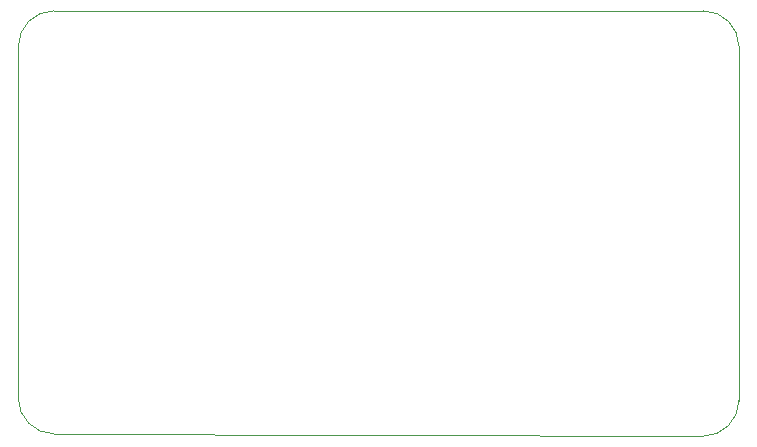
<source format=gbr>
%TF.GenerationSoftware,KiCad,Pcbnew,9.0.3*%
%TF.CreationDate,2025-09-24T15:40:22-07:00*%
%TF.ProjectId,linklet,6c696e6b-6c65-4742-9e6b-696361645f70,rev?*%
%TF.SameCoordinates,Original*%
%TF.FileFunction,Profile,NP*%
%FSLAX46Y46*%
G04 Gerber Fmt 4.6, Leading zero omitted, Abs format (unit mm)*
G04 Created by KiCad (PCBNEW 9.0.3) date 2025-09-24 15:40:22*
%MOMM*%
%LPD*%
G01*
G04 APERTURE LIST*
%TA.AperFunction,Profile*%
%ADD10C,0.050000*%
%TD*%
G04 APERTURE END LIST*
D10*
X59000000Y-114800000D02*
G75*
G02*
X56000000Y-111800000I0J3000000D01*
G01*
X114000000Y-79000000D02*
X59000000Y-79000000D01*
X56000000Y-82000000D02*
G75*
G02*
X59000000Y-79000000I3000000J0D01*
G01*
X114000000Y-79000000D02*
G75*
G02*
X117000000Y-82000000I0J-3000000D01*
G01*
X117000000Y-112000000D02*
X117000000Y-82000000D01*
X56000000Y-82000000D02*
X56000000Y-111800000D01*
X117000000Y-112000000D02*
G75*
G02*
X114000000Y-115000000I-3000000J0D01*
G01*
X59000000Y-114800000D02*
X114000000Y-115000000D01*
M02*

</source>
